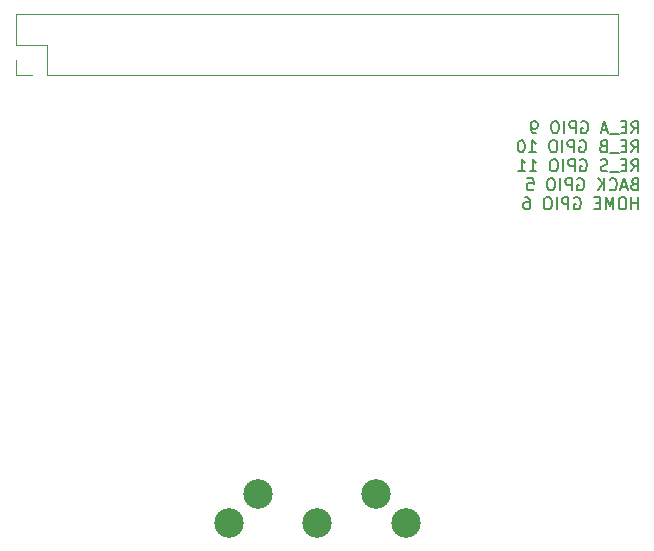
<source format=gbo>
G04 #@! TF.GenerationSoftware,KiCad,Pcbnew,8.0.7*
G04 #@! TF.CreationDate,2025-09-13T14:37:32+01:00*
G04 #@! TF.ProjectId,RPi-MiniDexed-IOBoard,5250692d-4d69-46e6-9944-657865642d49,rev?*
G04 #@! TF.SameCoordinates,Original*
G04 #@! TF.FileFunction,Legend,Bot*
G04 #@! TF.FilePolarity,Positive*
%FSLAX46Y46*%
G04 Gerber Fmt 4.6, Leading zero omitted, Abs format (unit mm)*
G04 Created by KiCad (PCBNEW 8.0.7) date 2025-09-13 14:37:32*
%MOMM*%
%LPD*%
G01*
G04 APERTURE LIST*
%ADD10C,0.150000*%
%ADD11C,0.120000*%
%ADD12C,2.499360*%
G04 APERTURE END LIST*
D10*
X259123792Y-104986043D02*
X259457125Y-104509852D01*
X259695220Y-104986043D02*
X259695220Y-103986043D01*
X259695220Y-103986043D02*
X259314268Y-103986043D01*
X259314268Y-103986043D02*
X259219030Y-104033662D01*
X259219030Y-104033662D02*
X259171411Y-104081281D01*
X259171411Y-104081281D02*
X259123792Y-104176519D01*
X259123792Y-104176519D02*
X259123792Y-104319376D01*
X259123792Y-104319376D02*
X259171411Y-104414614D01*
X259171411Y-104414614D02*
X259219030Y-104462233D01*
X259219030Y-104462233D02*
X259314268Y-104509852D01*
X259314268Y-104509852D02*
X259695220Y-104509852D01*
X258695220Y-104462233D02*
X258361887Y-104462233D01*
X258219030Y-104986043D02*
X258695220Y-104986043D01*
X258695220Y-104986043D02*
X258695220Y-103986043D01*
X258695220Y-103986043D02*
X258219030Y-103986043D01*
X258028554Y-105081281D02*
X257266649Y-105081281D01*
X257076172Y-104700328D02*
X256599982Y-104700328D01*
X257171410Y-104986043D02*
X256838077Y-103986043D01*
X256838077Y-103986043D02*
X256504744Y-104986043D01*
X254885696Y-104033662D02*
X254980934Y-103986043D01*
X254980934Y-103986043D02*
X255123791Y-103986043D01*
X255123791Y-103986043D02*
X255266648Y-104033662D01*
X255266648Y-104033662D02*
X255361886Y-104128900D01*
X255361886Y-104128900D02*
X255409505Y-104224138D01*
X255409505Y-104224138D02*
X255457124Y-104414614D01*
X255457124Y-104414614D02*
X255457124Y-104557471D01*
X255457124Y-104557471D02*
X255409505Y-104747947D01*
X255409505Y-104747947D02*
X255361886Y-104843185D01*
X255361886Y-104843185D02*
X255266648Y-104938424D01*
X255266648Y-104938424D02*
X255123791Y-104986043D01*
X255123791Y-104986043D02*
X255028553Y-104986043D01*
X255028553Y-104986043D02*
X254885696Y-104938424D01*
X254885696Y-104938424D02*
X254838077Y-104890804D01*
X254838077Y-104890804D02*
X254838077Y-104557471D01*
X254838077Y-104557471D02*
X255028553Y-104557471D01*
X254409505Y-104986043D02*
X254409505Y-103986043D01*
X254409505Y-103986043D02*
X254028553Y-103986043D01*
X254028553Y-103986043D02*
X253933315Y-104033662D01*
X253933315Y-104033662D02*
X253885696Y-104081281D01*
X253885696Y-104081281D02*
X253838077Y-104176519D01*
X253838077Y-104176519D02*
X253838077Y-104319376D01*
X253838077Y-104319376D02*
X253885696Y-104414614D01*
X253885696Y-104414614D02*
X253933315Y-104462233D01*
X253933315Y-104462233D02*
X254028553Y-104509852D01*
X254028553Y-104509852D02*
X254409505Y-104509852D01*
X253409505Y-104986043D02*
X253409505Y-103986043D01*
X252742839Y-103986043D02*
X252552363Y-103986043D01*
X252552363Y-103986043D02*
X252457125Y-104033662D01*
X252457125Y-104033662D02*
X252361887Y-104128900D01*
X252361887Y-104128900D02*
X252314268Y-104319376D01*
X252314268Y-104319376D02*
X252314268Y-104652709D01*
X252314268Y-104652709D02*
X252361887Y-104843185D01*
X252361887Y-104843185D02*
X252457125Y-104938424D01*
X252457125Y-104938424D02*
X252552363Y-104986043D01*
X252552363Y-104986043D02*
X252742839Y-104986043D01*
X252742839Y-104986043D02*
X252838077Y-104938424D01*
X252838077Y-104938424D02*
X252933315Y-104843185D01*
X252933315Y-104843185D02*
X252980934Y-104652709D01*
X252980934Y-104652709D02*
X252980934Y-104319376D01*
X252980934Y-104319376D02*
X252933315Y-104128900D01*
X252933315Y-104128900D02*
X252838077Y-104033662D01*
X252838077Y-104033662D02*
X252742839Y-103986043D01*
X251076172Y-104986043D02*
X250885696Y-104986043D01*
X250885696Y-104986043D02*
X250790458Y-104938424D01*
X250790458Y-104938424D02*
X250742839Y-104890804D01*
X250742839Y-104890804D02*
X250647601Y-104747947D01*
X250647601Y-104747947D02*
X250599982Y-104557471D01*
X250599982Y-104557471D02*
X250599982Y-104176519D01*
X250599982Y-104176519D02*
X250647601Y-104081281D01*
X250647601Y-104081281D02*
X250695220Y-104033662D01*
X250695220Y-104033662D02*
X250790458Y-103986043D01*
X250790458Y-103986043D02*
X250980934Y-103986043D01*
X250980934Y-103986043D02*
X251076172Y-104033662D01*
X251076172Y-104033662D02*
X251123791Y-104081281D01*
X251123791Y-104081281D02*
X251171410Y-104176519D01*
X251171410Y-104176519D02*
X251171410Y-104414614D01*
X251171410Y-104414614D02*
X251123791Y-104509852D01*
X251123791Y-104509852D02*
X251076172Y-104557471D01*
X251076172Y-104557471D02*
X250980934Y-104605090D01*
X250980934Y-104605090D02*
X250790458Y-104605090D01*
X250790458Y-104605090D02*
X250695220Y-104557471D01*
X250695220Y-104557471D02*
X250647601Y-104509852D01*
X250647601Y-104509852D02*
X250599982Y-104414614D01*
X259123792Y-106595987D02*
X259457125Y-106119796D01*
X259695220Y-106595987D02*
X259695220Y-105595987D01*
X259695220Y-105595987D02*
X259314268Y-105595987D01*
X259314268Y-105595987D02*
X259219030Y-105643606D01*
X259219030Y-105643606D02*
X259171411Y-105691225D01*
X259171411Y-105691225D02*
X259123792Y-105786463D01*
X259123792Y-105786463D02*
X259123792Y-105929320D01*
X259123792Y-105929320D02*
X259171411Y-106024558D01*
X259171411Y-106024558D02*
X259219030Y-106072177D01*
X259219030Y-106072177D02*
X259314268Y-106119796D01*
X259314268Y-106119796D02*
X259695220Y-106119796D01*
X258695220Y-106072177D02*
X258361887Y-106072177D01*
X258219030Y-106595987D02*
X258695220Y-106595987D01*
X258695220Y-106595987D02*
X258695220Y-105595987D01*
X258695220Y-105595987D02*
X258219030Y-105595987D01*
X258028554Y-106691225D02*
X257266649Y-106691225D01*
X256695220Y-106072177D02*
X256552363Y-106119796D01*
X256552363Y-106119796D02*
X256504744Y-106167415D01*
X256504744Y-106167415D02*
X256457125Y-106262653D01*
X256457125Y-106262653D02*
X256457125Y-106405510D01*
X256457125Y-106405510D02*
X256504744Y-106500748D01*
X256504744Y-106500748D02*
X256552363Y-106548368D01*
X256552363Y-106548368D02*
X256647601Y-106595987D01*
X256647601Y-106595987D02*
X257028553Y-106595987D01*
X257028553Y-106595987D02*
X257028553Y-105595987D01*
X257028553Y-105595987D02*
X256695220Y-105595987D01*
X256695220Y-105595987D02*
X256599982Y-105643606D01*
X256599982Y-105643606D02*
X256552363Y-105691225D01*
X256552363Y-105691225D02*
X256504744Y-105786463D01*
X256504744Y-105786463D02*
X256504744Y-105881701D01*
X256504744Y-105881701D02*
X256552363Y-105976939D01*
X256552363Y-105976939D02*
X256599982Y-106024558D01*
X256599982Y-106024558D02*
X256695220Y-106072177D01*
X256695220Y-106072177D02*
X257028553Y-106072177D01*
X254742839Y-105643606D02*
X254838077Y-105595987D01*
X254838077Y-105595987D02*
X254980934Y-105595987D01*
X254980934Y-105595987D02*
X255123791Y-105643606D01*
X255123791Y-105643606D02*
X255219029Y-105738844D01*
X255219029Y-105738844D02*
X255266648Y-105834082D01*
X255266648Y-105834082D02*
X255314267Y-106024558D01*
X255314267Y-106024558D02*
X255314267Y-106167415D01*
X255314267Y-106167415D02*
X255266648Y-106357891D01*
X255266648Y-106357891D02*
X255219029Y-106453129D01*
X255219029Y-106453129D02*
X255123791Y-106548368D01*
X255123791Y-106548368D02*
X254980934Y-106595987D01*
X254980934Y-106595987D02*
X254885696Y-106595987D01*
X254885696Y-106595987D02*
X254742839Y-106548368D01*
X254742839Y-106548368D02*
X254695220Y-106500748D01*
X254695220Y-106500748D02*
X254695220Y-106167415D01*
X254695220Y-106167415D02*
X254885696Y-106167415D01*
X254266648Y-106595987D02*
X254266648Y-105595987D01*
X254266648Y-105595987D02*
X253885696Y-105595987D01*
X253885696Y-105595987D02*
X253790458Y-105643606D01*
X253790458Y-105643606D02*
X253742839Y-105691225D01*
X253742839Y-105691225D02*
X253695220Y-105786463D01*
X253695220Y-105786463D02*
X253695220Y-105929320D01*
X253695220Y-105929320D02*
X253742839Y-106024558D01*
X253742839Y-106024558D02*
X253790458Y-106072177D01*
X253790458Y-106072177D02*
X253885696Y-106119796D01*
X253885696Y-106119796D02*
X254266648Y-106119796D01*
X253266648Y-106595987D02*
X253266648Y-105595987D01*
X252599982Y-105595987D02*
X252409506Y-105595987D01*
X252409506Y-105595987D02*
X252314268Y-105643606D01*
X252314268Y-105643606D02*
X252219030Y-105738844D01*
X252219030Y-105738844D02*
X252171411Y-105929320D01*
X252171411Y-105929320D02*
X252171411Y-106262653D01*
X252171411Y-106262653D02*
X252219030Y-106453129D01*
X252219030Y-106453129D02*
X252314268Y-106548368D01*
X252314268Y-106548368D02*
X252409506Y-106595987D01*
X252409506Y-106595987D02*
X252599982Y-106595987D01*
X252599982Y-106595987D02*
X252695220Y-106548368D01*
X252695220Y-106548368D02*
X252790458Y-106453129D01*
X252790458Y-106453129D02*
X252838077Y-106262653D01*
X252838077Y-106262653D02*
X252838077Y-105929320D01*
X252838077Y-105929320D02*
X252790458Y-105738844D01*
X252790458Y-105738844D02*
X252695220Y-105643606D01*
X252695220Y-105643606D02*
X252599982Y-105595987D01*
X250457125Y-106595987D02*
X251028553Y-106595987D01*
X250742839Y-106595987D02*
X250742839Y-105595987D01*
X250742839Y-105595987D02*
X250838077Y-105738844D01*
X250838077Y-105738844D02*
X250933315Y-105834082D01*
X250933315Y-105834082D02*
X251028553Y-105881701D01*
X249838077Y-105595987D02*
X249742839Y-105595987D01*
X249742839Y-105595987D02*
X249647601Y-105643606D01*
X249647601Y-105643606D02*
X249599982Y-105691225D01*
X249599982Y-105691225D02*
X249552363Y-105786463D01*
X249552363Y-105786463D02*
X249504744Y-105976939D01*
X249504744Y-105976939D02*
X249504744Y-106215034D01*
X249504744Y-106215034D02*
X249552363Y-106405510D01*
X249552363Y-106405510D02*
X249599982Y-106500748D01*
X249599982Y-106500748D02*
X249647601Y-106548368D01*
X249647601Y-106548368D02*
X249742839Y-106595987D01*
X249742839Y-106595987D02*
X249838077Y-106595987D01*
X249838077Y-106595987D02*
X249933315Y-106548368D01*
X249933315Y-106548368D02*
X249980934Y-106500748D01*
X249980934Y-106500748D02*
X250028553Y-106405510D01*
X250028553Y-106405510D02*
X250076172Y-106215034D01*
X250076172Y-106215034D02*
X250076172Y-105976939D01*
X250076172Y-105976939D02*
X250028553Y-105786463D01*
X250028553Y-105786463D02*
X249980934Y-105691225D01*
X249980934Y-105691225D02*
X249933315Y-105643606D01*
X249933315Y-105643606D02*
X249838077Y-105595987D01*
X259123792Y-108205931D02*
X259457125Y-107729740D01*
X259695220Y-108205931D02*
X259695220Y-107205931D01*
X259695220Y-107205931D02*
X259314268Y-107205931D01*
X259314268Y-107205931D02*
X259219030Y-107253550D01*
X259219030Y-107253550D02*
X259171411Y-107301169D01*
X259171411Y-107301169D02*
X259123792Y-107396407D01*
X259123792Y-107396407D02*
X259123792Y-107539264D01*
X259123792Y-107539264D02*
X259171411Y-107634502D01*
X259171411Y-107634502D02*
X259219030Y-107682121D01*
X259219030Y-107682121D02*
X259314268Y-107729740D01*
X259314268Y-107729740D02*
X259695220Y-107729740D01*
X258695220Y-107682121D02*
X258361887Y-107682121D01*
X258219030Y-108205931D02*
X258695220Y-108205931D01*
X258695220Y-108205931D02*
X258695220Y-107205931D01*
X258695220Y-107205931D02*
X258219030Y-107205931D01*
X258028554Y-108301169D02*
X257266649Y-108301169D01*
X257076172Y-108158312D02*
X256933315Y-108205931D01*
X256933315Y-108205931D02*
X256695220Y-108205931D01*
X256695220Y-108205931D02*
X256599982Y-108158312D01*
X256599982Y-108158312D02*
X256552363Y-108110692D01*
X256552363Y-108110692D02*
X256504744Y-108015454D01*
X256504744Y-108015454D02*
X256504744Y-107920216D01*
X256504744Y-107920216D02*
X256552363Y-107824978D01*
X256552363Y-107824978D02*
X256599982Y-107777359D01*
X256599982Y-107777359D02*
X256695220Y-107729740D01*
X256695220Y-107729740D02*
X256885696Y-107682121D01*
X256885696Y-107682121D02*
X256980934Y-107634502D01*
X256980934Y-107634502D02*
X257028553Y-107586883D01*
X257028553Y-107586883D02*
X257076172Y-107491645D01*
X257076172Y-107491645D02*
X257076172Y-107396407D01*
X257076172Y-107396407D02*
X257028553Y-107301169D01*
X257028553Y-107301169D02*
X256980934Y-107253550D01*
X256980934Y-107253550D02*
X256885696Y-107205931D01*
X256885696Y-107205931D02*
X256647601Y-107205931D01*
X256647601Y-107205931D02*
X256504744Y-107253550D01*
X254790458Y-107253550D02*
X254885696Y-107205931D01*
X254885696Y-107205931D02*
X255028553Y-107205931D01*
X255028553Y-107205931D02*
X255171410Y-107253550D01*
X255171410Y-107253550D02*
X255266648Y-107348788D01*
X255266648Y-107348788D02*
X255314267Y-107444026D01*
X255314267Y-107444026D02*
X255361886Y-107634502D01*
X255361886Y-107634502D02*
X255361886Y-107777359D01*
X255361886Y-107777359D02*
X255314267Y-107967835D01*
X255314267Y-107967835D02*
X255266648Y-108063073D01*
X255266648Y-108063073D02*
X255171410Y-108158312D01*
X255171410Y-108158312D02*
X255028553Y-108205931D01*
X255028553Y-108205931D02*
X254933315Y-108205931D01*
X254933315Y-108205931D02*
X254790458Y-108158312D01*
X254790458Y-108158312D02*
X254742839Y-108110692D01*
X254742839Y-108110692D02*
X254742839Y-107777359D01*
X254742839Y-107777359D02*
X254933315Y-107777359D01*
X254314267Y-108205931D02*
X254314267Y-107205931D01*
X254314267Y-107205931D02*
X253933315Y-107205931D01*
X253933315Y-107205931D02*
X253838077Y-107253550D01*
X253838077Y-107253550D02*
X253790458Y-107301169D01*
X253790458Y-107301169D02*
X253742839Y-107396407D01*
X253742839Y-107396407D02*
X253742839Y-107539264D01*
X253742839Y-107539264D02*
X253790458Y-107634502D01*
X253790458Y-107634502D02*
X253838077Y-107682121D01*
X253838077Y-107682121D02*
X253933315Y-107729740D01*
X253933315Y-107729740D02*
X254314267Y-107729740D01*
X253314267Y-108205931D02*
X253314267Y-107205931D01*
X252647601Y-107205931D02*
X252457125Y-107205931D01*
X252457125Y-107205931D02*
X252361887Y-107253550D01*
X252361887Y-107253550D02*
X252266649Y-107348788D01*
X252266649Y-107348788D02*
X252219030Y-107539264D01*
X252219030Y-107539264D02*
X252219030Y-107872597D01*
X252219030Y-107872597D02*
X252266649Y-108063073D01*
X252266649Y-108063073D02*
X252361887Y-108158312D01*
X252361887Y-108158312D02*
X252457125Y-108205931D01*
X252457125Y-108205931D02*
X252647601Y-108205931D01*
X252647601Y-108205931D02*
X252742839Y-108158312D01*
X252742839Y-108158312D02*
X252838077Y-108063073D01*
X252838077Y-108063073D02*
X252885696Y-107872597D01*
X252885696Y-107872597D02*
X252885696Y-107539264D01*
X252885696Y-107539264D02*
X252838077Y-107348788D01*
X252838077Y-107348788D02*
X252742839Y-107253550D01*
X252742839Y-107253550D02*
X252647601Y-107205931D01*
X250504744Y-108205931D02*
X251076172Y-108205931D01*
X250790458Y-108205931D02*
X250790458Y-107205931D01*
X250790458Y-107205931D02*
X250885696Y-107348788D01*
X250885696Y-107348788D02*
X250980934Y-107444026D01*
X250980934Y-107444026D02*
X251076172Y-107491645D01*
X249552363Y-108205931D02*
X250123791Y-108205931D01*
X249838077Y-108205931D02*
X249838077Y-107205931D01*
X249838077Y-107205931D02*
X249933315Y-107348788D01*
X249933315Y-107348788D02*
X250028553Y-107444026D01*
X250028553Y-107444026D02*
X250123791Y-107491645D01*
X259361887Y-109292065D02*
X259219030Y-109339684D01*
X259219030Y-109339684D02*
X259171411Y-109387303D01*
X259171411Y-109387303D02*
X259123792Y-109482541D01*
X259123792Y-109482541D02*
X259123792Y-109625398D01*
X259123792Y-109625398D02*
X259171411Y-109720636D01*
X259171411Y-109720636D02*
X259219030Y-109768256D01*
X259219030Y-109768256D02*
X259314268Y-109815875D01*
X259314268Y-109815875D02*
X259695220Y-109815875D01*
X259695220Y-109815875D02*
X259695220Y-108815875D01*
X259695220Y-108815875D02*
X259361887Y-108815875D01*
X259361887Y-108815875D02*
X259266649Y-108863494D01*
X259266649Y-108863494D02*
X259219030Y-108911113D01*
X259219030Y-108911113D02*
X259171411Y-109006351D01*
X259171411Y-109006351D02*
X259171411Y-109101589D01*
X259171411Y-109101589D02*
X259219030Y-109196827D01*
X259219030Y-109196827D02*
X259266649Y-109244446D01*
X259266649Y-109244446D02*
X259361887Y-109292065D01*
X259361887Y-109292065D02*
X259695220Y-109292065D01*
X258742839Y-109530160D02*
X258266649Y-109530160D01*
X258838077Y-109815875D02*
X258504744Y-108815875D01*
X258504744Y-108815875D02*
X258171411Y-109815875D01*
X257266649Y-109720636D02*
X257314268Y-109768256D01*
X257314268Y-109768256D02*
X257457125Y-109815875D01*
X257457125Y-109815875D02*
X257552363Y-109815875D01*
X257552363Y-109815875D02*
X257695220Y-109768256D01*
X257695220Y-109768256D02*
X257790458Y-109673017D01*
X257790458Y-109673017D02*
X257838077Y-109577779D01*
X257838077Y-109577779D02*
X257885696Y-109387303D01*
X257885696Y-109387303D02*
X257885696Y-109244446D01*
X257885696Y-109244446D02*
X257838077Y-109053970D01*
X257838077Y-109053970D02*
X257790458Y-108958732D01*
X257790458Y-108958732D02*
X257695220Y-108863494D01*
X257695220Y-108863494D02*
X257552363Y-108815875D01*
X257552363Y-108815875D02*
X257457125Y-108815875D01*
X257457125Y-108815875D02*
X257314268Y-108863494D01*
X257314268Y-108863494D02*
X257266649Y-108911113D01*
X256838077Y-109815875D02*
X256838077Y-108815875D01*
X256266649Y-109815875D02*
X256695220Y-109244446D01*
X256266649Y-108815875D02*
X256838077Y-109387303D01*
X254552363Y-108863494D02*
X254647601Y-108815875D01*
X254647601Y-108815875D02*
X254790458Y-108815875D01*
X254790458Y-108815875D02*
X254933315Y-108863494D01*
X254933315Y-108863494D02*
X255028553Y-108958732D01*
X255028553Y-108958732D02*
X255076172Y-109053970D01*
X255076172Y-109053970D02*
X255123791Y-109244446D01*
X255123791Y-109244446D02*
X255123791Y-109387303D01*
X255123791Y-109387303D02*
X255076172Y-109577779D01*
X255076172Y-109577779D02*
X255028553Y-109673017D01*
X255028553Y-109673017D02*
X254933315Y-109768256D01*
X254933315Y-109768256D02*
X254790458Y-109815875D01*
X254790458Y-109815875D02*
X254695220Y-109815875D01*
X254695220Y-109815875D02*
X254552363Y-109768256D01*
X254552363Y-109768256D02*
X254504744Y-109720636D01*
X254504744Y-109720636D02*
X254504744Y-109387303D01*
X254504744Y-109387303D02*
X254695220Y-109387303D01*
X254076172Y-109815875D02*
X254076172Y-108815875D01*
X254076172Y-108815875D02*
X253695220Y-108815875D01*
X253695220Y-108815875D02*
X253599982Y-108863494D01*
X253599982Y-108863494D02*
X253552363Y-108911113D01*
X253552363Y-108911113D02*
X253504744Y-109006351D01*
X253504744Y-109006351D02*
X253504744Y-109149208D01*
X253504744Y-109149208D02*
X253552363Y-109244446D01*
X253552363Y-109244446D02*
X253599982Y-109292065D01*
X253599982Y-109292065D02*
X253695220Y-109339684D01*
X253695220Y-109339684D02*
X254076172Y-109339684D01*
X253076172Y-109815875D02*
X253076172Y-108815875D01*
X252409506Y-108815875D02*
X252219030Y-108815875D01*
X252219030Y-108815875D02*
X252123792Y-108863494D01*
X252123792Y-108863494D02*
X252028554Y-108958732D01*
X252028554Y-108958732D02*
X251980935Y-109149208D01*
X251980935Y-109149208D02*
X251980935Y-109482541D01*
X251980935Y-109482541D02*
X252028554Y-109673017D01*
X252028554Y-109673017D02*
X252123792Y-109768256D01*
X252123792Y-109768256D02*
X252219030Y-109815875D01*
X252219030Y-109815875D02*
X252409506Y-109815875D01*
X252409506Y-109815875D02*
X252504744Y-109768256D01*
X252504744Y-109768256D02*
X252599982Y-109673017D01*
X252599982Y-109673017D02*
X252647601Y-109482541D01*
X252647601Y-109482541D02*
X252647601Y-109149208D01*
X252647601Y-109149208D02*
X252599982Y-108958732D01*
X252599982Y-108958732D02*
X252504744Y-108863494D01*
X252504744Y-108863494D02*
X252409506Y-108815875D01*
X250314268Y-108815875D02*
X250790458Y-108815875D01*
X250790458Y-108815875D02*
X250838077Y-109292065D01*
X250838077Y-109292065D02*
X250790458Y-109244446D01*
X250790458Y-109244446D02*
X250695220Y-109196827D01*
X250695220Y-109196827D02*
X250457125Y-109196827D01*
X250457125Y-109196827D02*
X250361887Y-109244446D01*
X250361887Y-109244446D02*
X250314268Y-109292065D01*
X250314268Y-109292065D02*
X250266649Y-109387303D01*
X250266649Y-109387303D02*
X250266649Y-109625398D01*
X250266649Y-109625398D02*
X250314268Y-109720636D01*
X250314268Y-109720636D02*
X250361887Y-109768256D01*
X250361887Y-109768256D02*
X250457125Y-109815875D01*
X250457125Y-109815875D02*
X250695220Y-109815875D01*
X250695220Y-109815875D02*
X250790458Y-109768256D01*
X250790458Y-109768256D02*
X250838077Y-109720636D01*
X259695220Y-111425819D02*
X259695220Y-110425819D01*
X259695220Y-110902009D02*
X259123792Y-110902009D01*
X259123792Y-111425819D02*
X259123792Y-110425819D01*
X258457125Y-110425819D02*
X258266649Y-110425819D01*
X258266649Y-110425819D02*
X258171411Y-110473438D01*
X258171411Y-110473438D02*
X258076173Y-110568676D01*
X258076173Y-110568676D02*
X258028554Y-110759152D01*
X258028554Y-110759152D02*
X258028554Y-111092485D01*
X258028554Y-111092485D02*
X258076173Y-111282961D01*
X258076173Y-111282961D02*
X258171411Y-111378200D01*
X258171411Y-111378200D02*
X258266649Y-111425819D01*
X258266649Y-111425819D02*
X258457125Y-111425819D01*
X258457125Y-111425819D02*
X258552363Y-111378200D01*
X258552363Y-111378200D02*
X258647601Y-111282961D01*
X258647601Y-111282961D02*
X258695220Y-111092485D01*
X258695220Y-111092485D02*
X258695220Y-110759152D01*
X258695220Y-110759152D02*
X258647601Y-110568676D01*
X258647601Y-110568676D02*
X258552363Y-110473438D01*
X258552363Y-110473438D02*
X258457125Y-110425819D01*
X257599982Y-111425819D02*
X257599982Y-110425819D01*
X257599982Y-110425819D02*
X257266649Y-111140104D01*
X257266649Y-111140104D02*
X256933316Y-110425819D01*
X256933316Y-110425819D02*
X256933316Y-111425819D01*
X256457125Y-110902009D02*
X256123792Y-110902009D01*
X255980935Y-111425819D02*
X256457125Y-111425819D01*
X256457125Y-111425819D02*
X256457125Y-110425819D01*
X256457125Y-110425819D02*
X255980935Y-110425819D01*
X254266649Y-110473438D02*
X254361887Y-110425819D01*
X254361887Y-110425819D02*
X254504744Y-110425819D01*
X254504744Y-110425819D02*
X254647601Y-110473438D01*
X254647601Y-110473438D02*
X254742839Y-110568676D01*
X254742839Y-110568676D02*
X254790458Y-110663914D01*
X254790458Y-110663914D02*
X254838077Y-110854390D01*
X254838077Y-110854390D02*
X254838077Y-110997247D01*
X254838077Y-110997247D02*
X254790458Y-111187723D01*
X254790458Y-111187723D02*
X254742839Y-111282961D01*
X254742839Y-111282961D02*
X254647601Y-111378200D01*
X254647601Y-111378200D02*
X254504744Y-111425819D01*
X254504744Y-111425819D02*
X254409506Y-111425819D01*
X254409506Y-111425819D02*
X254266649Y-111378200D01*
X254266649Y-111378200D02*
X254219030Y-111330580D01*
X254219030Y-111330580D02*
X254219030Y-110997247D01*
X254219030Y-110997247D02*
X254409506Y-110997247D01*
X253790458Y-111425819D02*
X253790458Y-110425819D01*
X253790458Y-110425819D02*
X253409506Y-110425819D01*
X253409506Y-110425819D02*
X253314268Y-110473438D01*
X253314268Y-110473438D02*
X253266649Y-110521057D01*
X253266649Y-110521057D02*
X253219030Y-110616295D01*
X253219030Y-110616295D02*
X253219030Y-110759152D01*
X253219030Y-110759152D02*
X253266649Y-110854390D01*
X253266649Y-110854390D02*
X253314268Y-110902009D01*
X253314268Y-110902009D02*
X253409506Y-110949628D01*
X253409506Y-110949628D02*
X253790458Y-110949628D01*
X252790458Y-111425819D02*
X252790458Y-110425819D01*
X252123792Y-110425819D02*
X251933316Y-110425819D01*
X251933316Y-110425819D02*
X251838078Y-110473438D01*
X251838078Y-110473438D02*
X251742840Y-110568676D01*
X251742840Y-110568676D02*
X251695221Y-110759152D01*
X251695221Y-110759152D02*
X251695221Y-111092485D01*
X251695221Y-111092485D02*
X251742840Y-111282961D01*
X251742840Y-111282961D02*
X251838078Y-111378200D01*
X251838078Y-111378200D02*
X251933316Y-111425819D01*
X251933316Y-111425819D02*
X252123792Y-111425819D01*
X252123792Y-111425819D02*
X252219030Y-111378200D01*
X252219030Y-111378200D02*
X252314268Y-111282961D01*
X252314268Y-111282961D02*
X252361887Y-111092485D01*
X252361887Y-111092485D02*
X252361887Y-110759152D01*
X252361887Y-110759152D02*
X252314268Y-110568676D01*
X252314268Y-110568676D02*
X252219030Y-110473438D01*
X252219030Y-110473438D02*
X252123792Y-110425819D01*
X250076173Y-110425819D02*
X250266649Y-110425819D01*
X250266649Y-110425819D02*
X250361887Y-110473438D01*
X250361887Y-110473438D02*
X250409506Y-110521057D01*
X250409506Y-110521057D02*
X250504744Y-110663914D01*
X250504744Y-110663914D02*
X250552363Y-110854390D01*
X250552363Y-110854390D02*
X250552363Y-111235342D01*
X250552363Y-111235342D02*
X250504744Y-111330580D01*
X250504744Y-111330580D02*
X250457125Y-111378200D01*
X250457125Y-111378200D02*
X250361887Y-111425819D01*
X250361887Y-111425819D02*
X250171411Y-111425819D01*
X250171411Y-111425819D02*
X250076173Y-111378200D01*
X250076173Y-111378200D02*
X250028554Y-111330580D01*
X250028554Y-111330580D02*
X249980935Y-111235342D01*
X249980935Y-111235342D02*
X249980935Y-110997247D01*
X249980935Y-110997247D02*
X250028554Y-110902009D01*
X250028554Y-110902009D02*
X250076173Y-110854390D01*
X250076173Y-110854390D02*
X250171411Y-110806771D01*
X250171411Y-110806771D02*
X250361887Y-110806771D01*
X250361887Y-110806771D02*
X250457125Y-110854390D01*
X250457125Y-110854390D02*
X250504744Y-110902009D01*
X250504744Y-110902009D02*
X250552363Y-110997247D01*
D11*
X207040000Y-94900000D02*
X207040000Y-97500000D01*
X207040000Y-94900000D02*
X257960000Y-94900000D01*
X207040000Y-97500000D02*
X209640000Y-97500000D01*
X207040000Y-98770000D02*
X207040000Y-100100000D01*
X207040000Y-100100000D02*
X208370000Y-100100000D01*
X209640000Y-97500000D02*
X209640000Y-100100000D01*
X209640000Y-100100000D02*
X257960000Y-100100000D01*
X257960000Y-94900000D02*
X257960000Y-100100000D01*
D12*
X240010080Y-138002540D03*
X232512000Y-138000000D03*
X225013920Y-138002540D03*
X237508180Y-135500640D03*
X227515820Y-135500640D03*
M02*

</source>
